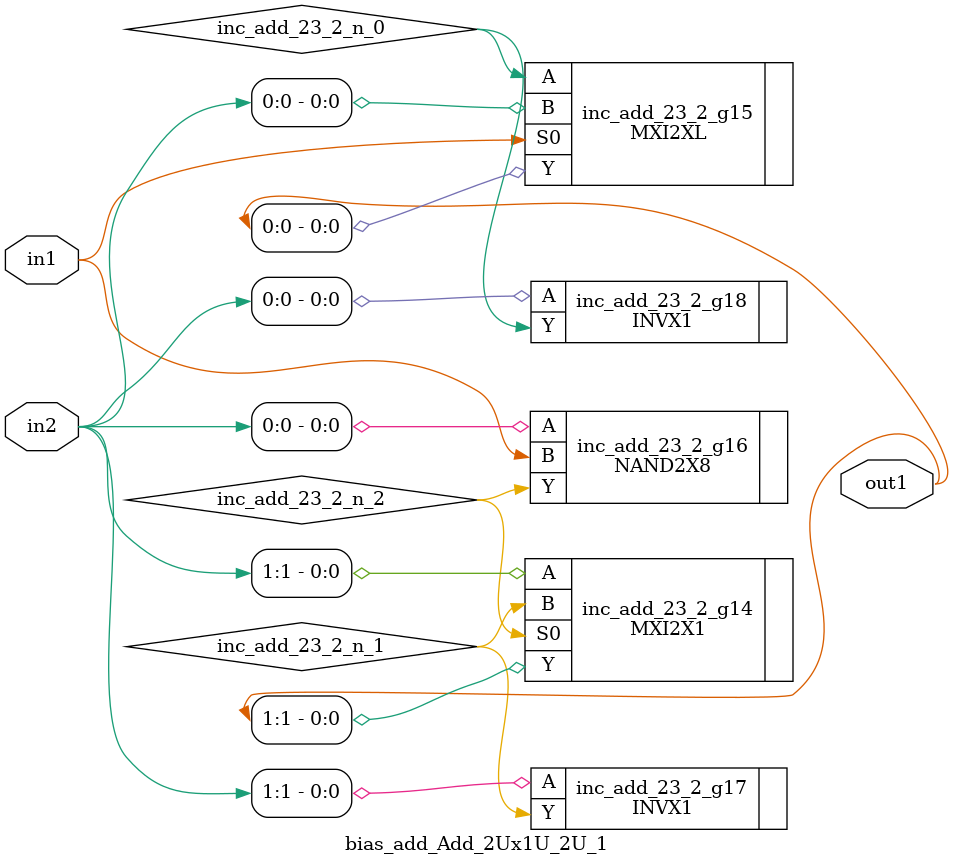
<source format=v>
`timescale 1ps / 1ps


module bias_add_Add_2Ux1U_2U_1(in2, in1, out1);
  input [1:0] in2;
  input in1;
  output [1:0] out1;
  wire [1:0] in2;
  wire in1;
  wire [1:0] out1;
  wire inc_add_23_2_n_0, inc_add_23_2_n_1, inc_add_23_2_n_2;
  MXI2X1 inc_add_23_2_g14(.A (in2[1]), .B (inc_add_23_2_n_1), .S0
       (inc_add_23_2_n_2), .Y (out1[1]));
  MXI2XL inc_add_23_2_g15(.A (inc_add_23_2_n_0), .B (in2[0]), .S0
       (in1), .Y (out1[0]));
  NAND2X8 inc_add_23_2_g16(.A (in2[0]), .B (in1), .Y
       (inc_add_23_2_n_2));
  INVX1 inc_add_23_2_g17(.A (in2[1]), .Y (inc_add_23_2_n_1));
  INVX1 inc_add_23_2_g18(.A (in2[0]), .Y (inc_add_23_2_n_0));
endmodule



</source>
